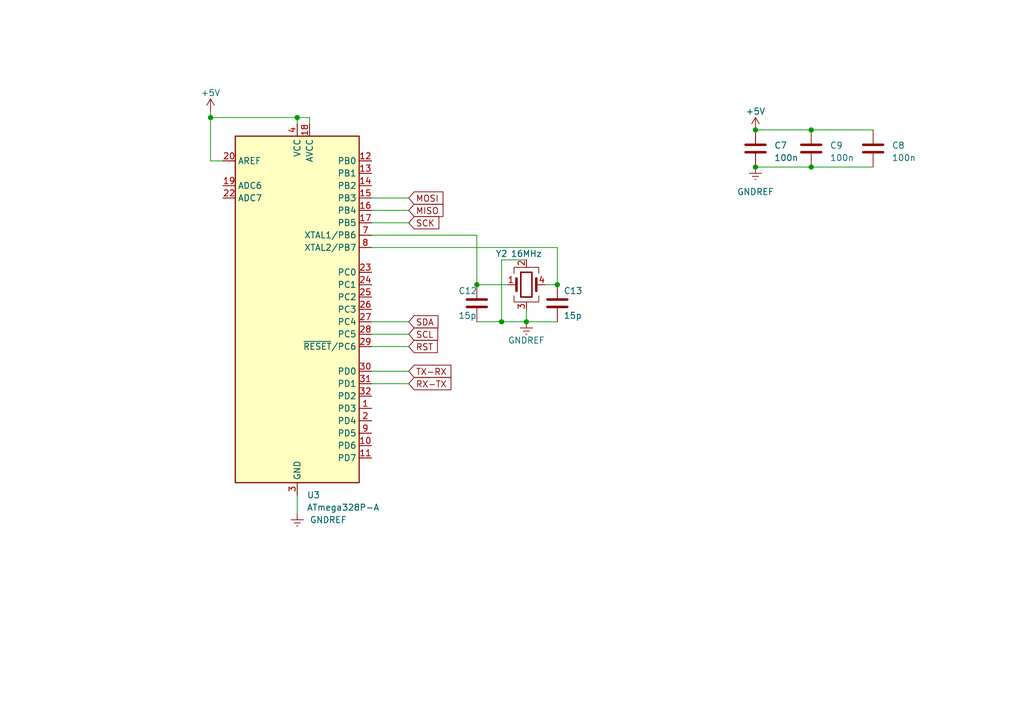
<source format=kicad_sch>
(kicad_sch (version 20230121) (generator eeschema)
  (paper "A5")
  (title_block (title "ATmega328P"))
  (lib_symbols
    (symbol "Device:C" (pin_numbers hide) (pin_names (offset 0.254))
      (property "Reference" "C" (at 0.635 2.54 0))
      (property "Value" "C" (at 0.635 -2.54 0))
      (symbol "C_0_1"
        (polyline (pts (xy -2.032 -0.762) (xy 2.032 -0.762)) (stroke (width 0.508)))
        (polyline (pts (xy -2.032 0.762) (xy 2.032 0.762)) (stroke (width 0.508)))
      )
      (symbol "C_1_1"
        (pin passive line (at 0 3.81 270) (length 2.794) (name "~") (number "1"))
        (pin passive line (at 0 -3.81 90) (length 2.794) (name "~") (number "2"))
      )
    )
    (symbol "Device:Crystal_GND23" (pin_names (offset 1.016) hide)
      (property "Reference" "Y" (at 3.175 5.08 0))
      (property "Value" "Crystal_GND23" (at 3.175 3.175 0))
      (symbol "Crystal_GND23_0_1"
        (rectangle (start -1.143 2.54) (end 1.143 -2.54) (stroke (width 0.3048)))
        (polyline (pts (xy -2.54 0) (xy -2.032 0)))
        (polyline (pts (xy -2.032 -1.27) (xy -2.032 1.27)) (stroke (width 0.508)))
        (polyline (pts (xy 0 -3.81) (xy 0 -3.556)))
        (polyline (pts (xy 0 3.556) (xy 0 3.81)))
        (polyline (pts (xy 2.032 -1.27) (xy 2.032 1.27)) (stroke (width 0.508)))
        (polyline (pts (xy 2.032 0) (xy 2.54 0)))
        (polyline (pts (xy -2.54 -2.286) (xy -2.54 -3.556) (xy 2.54 -3.556) (xy 2.54 -2.286)))
        (polyline (pts (xy -2.54 2.286) (xy -2.54 3.556) (xy 2.54 3.556) (xy 2.54 2.286)))
      )
      (symbol "Crystal_GND23_1_1"
        (pin passive line (at -3.81 0 0) (length 1.27) (name "1") (number "1"))
        (pin passive line (at 0 5.08 270) (length 1.27) (name "2") (number "2"))
        (pin passive line (at 0 -5.08 90) (length 1.27) (name "3") (number "3"))
        (pin passive line (at 3.81 0 180) (length 1.27) (name "4") (number "4"))
      )
    )
    (symbol "MCU_Microchip_ATmega:ATmega328P-A"
      (property "Reference" "U" (at -12.7 36.83 0))
      (property "Value" "ATmega328P-A" (at 2.54 -36.83 0))
      (symbol "ATmega328P-A_0_1"
        (rectangle (start -12.7 -35.56) (end 12.7 35.56) (stroke (width 0.254)) (fill (type background)))
      )
      (symbol "ATmega328P-A_1_1"
        (pin bidirectional line (at 15.24 -20.32 180) (length 2.54) (name "PD3") (number "1"))
        (pin bidirectional line (at 15.24 -27.94 180) (length 2.54) (name "PD6") (number "10"))
        (pin bidirectional line (at 15.24 -30.48 180) (length 2.54) (name "PD7") (number "11"))
        (pin bidirectional line (at 15.24 30.48 180) (length 2.54) (name "PB0") (number "12"))
        (pin bidirectional line (at 15.24 27.94 180) (length 2.54) (name "PB1") (number "13"))
        (pin bidirectional line (at 15.24 25.4 180) (length 2.54) (name "PB2") (number "14"))
        (pin bidirectional line (at 15.24 22.86 180) (length 2.54) (name "PB3") (number "15"))
        (pin bidirectional line (at 15.24 20.32 180) (length 2.54) (name "PB4") (number "16"))
        (pin bidirectional line (at 15.24 17.78 180) (length 2.54) (name "PB5") (number "17"))
        (pin power_in line (at 2.54 38.1 270) (length 2.54) (name "AVCC") (number "18"))
        (pin input line (at -15.24 25.4 0) (length 2.54) (name "ADC6") (number "19"))
        (pin bidirectional line (at 15.24 -22.86 180) (length 2.54) (name "PD4") (number "2"))
        (pin passive line (at -15.24 30.48 0) (length 2.54) (name "AREF") (number "20"))
        (pin passive line (at 0 -38.1 90) (length 2.54) hide (name "GND") (number "21"))
        (pin input line (at -15.24 22.86 0) (length 2.54) (name "ADC7") (number "22"))
        (pin bidirectional line (at 15.24 7.62 180) (length 2.54) (name "PC0") (number "23"))
        (pin bidirectional line (at 15.24 5.08 180) (length 2.54) (name "PC1") (number "24"))
        (pin bidirectional line (at 15.24 2.54 180) (length 2.54) (name "PC2") (number "25"))
        (pin bidirectional line (at 15.24 0 180) (length 2.54) (name "PC3") (number "26"))
        (pin bidirectional line (at 15.24 -2.54 180) (length 2.54) (name "PC4") (number "27"))
        (pin bidirectional line (at 15.24 -5.08 180) (length 2.54) (name "PC5") (number "28"))
        (pin bidirectional line (at 15.24 -7.62 180) (length 2.54) (name "~{RESET}/PC6") (number "29"))
        (pin power_in line (at 0 -38.1 90) (length 2.54) (name "GND") (number "3"))
        (pin bidirectional line (at 15.24 -12.7 180) (length 2.54) (name "PD0") (number "30"))
        (pin bidirectional line (at 15.24 -15.24 180) (length 2.54) (name "PD1") (number "31"))
        (pin bidirectional line (at 15.24 -17.78 180) (length 2.54) (name "PD2") (number "32"))
        (pin power_in line (at 0 38.1 270) (length 2.54) (name "VCC") (number "4"))
        (pin passive line (at 0 -38.1 90) (length 2.54) hide (name "GND") (number "5"))
        (pin passive line (at 0 38.1 270) (length 2.54) hide (name "VCC") (number "6"))
        (pin bidirectional line (at 15.24 15.24 180) (length 2.54) (name "XTAL1/PB6") (number "7"))
        (pin bidirectional line (at 15.24 12.7 180) (length 2.54) (name "XTAL2/PB7") (number "8"))
        (pin bidirectional line (at 15.24 -25.4 180) (length 2.54) (name "PD5") (number "9"))
      )
    )
    (symbol "power:+5V" (power) (pin_names (offset 0))
      (property "Value" "+5V" (at 0 3.556 0))
      (symbol "+5V_0_1"
        (polyline (pts (xy -0.762 1.27) (xy 0 2.54)))
        (polyline (pts (xy 0 0) (xy 0 2.54)))
        (polyline (pts (xy 0 2.54) (xy 0.762 1.27)))
      )
      (symbol "+5V_1_1"
        (pin power_in line (at 0 0 90) (length 0) hide (name "+5V") (number "1"))
      )
    )
    (symbol "power:GNDREF" (power) (pin_names (offset 0))
      (property "Value" "GNDREF" (at 0 -3.81 0))
      (symbol "GNDREF_0_1"
        (polyline (pts (xy -0.635 -1.905) (xy 0.635 -1.905)))
        (polyline (pts (xy -0.127 -2.54) (xy 0.127 -2.54)))
        (polyline (pts (xy 0 -1.27) (xy 0 0)))
        (polyline (pts (xy 1.27 -1.27) (xy -1.27 -1.27)))
      )
      (symbol "GNDREF_1_1"
        (pin power_in line (at 0 0 270) (length 0) hide (name "GNDREF") (number "1"))
      )
    )
  )
  (junction (at 154.94 26.67))
  (junction (at 60.96 24.13))
  (junction (at 107.95 66.04))
  (junction (at 114.3 58.42))
  (junction (at 102.87 66.04))
  (junction (at 166.37 34.29))
  (junction (at 154.94 34.29))
  (junction (at 166.37 26.67))
  (junction (at 43.18 24.13))
  (junction (at 97.79 58.42))
  (wire (pts (xy 60.96 24.13) (xy 43.18 24.13)))
  (wire (pts (xy 83.82 68.58) (xy 76.2 68.58)))
  (wire (pts (xy 97.79 58.42) (xy 104.14 58.42)))
  (wire (pts (xy 43.18 22.86) (xy 43.18 24.13)))
  (wire (pts (xy 102.87 66.04) (xy 107.95 66.04)))
  (wire (pts (xy 43.18 33.02) (xy 45.72 33.02)))
  (wire (pts (xy 107.95 53.34) (xy 102.87 53.34)))
  (wire (pts (xy 154.94 26.67) (xy 166.37 26.67)))
  (wire (pts (xy 97.79 48.26) (xy 97.79 58.42)))
  (wire (pts (xy 114.3 50.8) (xy 114.3 58.42)))
  (wire (pts (xy 107.95 66.04) (xy 114.3 66.04)))
  (wire (pts (xy 63.5 25.4) (xy 63.5 24.13)))
  (wire (pts (xy 76.2 71.12) (xy 83.82 71.12)))
  (wire (pts (xy 166.37 26.67) (xy 179.07 26.67)))
  (wire (pts (xy 83.82 40.64) (xy 76.2 40.64)))
  (wire (pts (xy 76.2 50.8) (xy 114.3 50.8)))
  (wire (pts (xy 97.79 48.26) (xy 76.2 48.26)))
  (wire (pts (xy 76.2 78.74) (xy 83.82 78.74)))
  (wire (pts (xy 83.82 45.72) (xy 76.2 45.72)))
  (wire (pts (xy 60.96 24.13) (xy 60.96 25.4)))
  (wire (pts (xy 63.5 24.13) (xy 60.96 24.13)))
  (wire (pts (xy 154.94 34.29) (xy 166.37 34.29)))
  (wire (pts (xy 97.79 66.04) (xy 102.87 66.04)))
  (wire (pts (xy 76.2 76.2) (xy 83.82 76.2)))
  (wire (pts (xy 60.96 101.6) (xy 60.96 105.41)))
  (wire (pts (xy 111.76 58.42) (xy 114.3 58.42)))
  (wire (pts (xy 107.95 63.5) (xy 107.95 66.04)))
  (wire (pts (xy 76.2 66.04) (xy 83.82 66.04)))
  (wire (pts (xy 43.18 24.13) (xy 43.18 33.02)))
  (wire (pts (xy 102.87 53.34) (xy 102.87 66.04)))
  (wire (pts (xy 166.37 34.29) (xy 179.07 34.29)))
  (wire (pts (xy 83.82 43.18) (xy 76.2 43.18)))
  (global_label "TX-RX" (shape input) (at 83.82 76.2 0) (property "Intersheetrefs" "${INTERSHEET_REFS}" (effects hide)))
  (global_label "MISO" (shape input) (at 83.82 43.18 0) (property "Intersheetrefs" "${INTERSHEET_REFS}" (effects hide)))
  (global_label "RX-TX" (shape input) (at 83.82 78.74 0) (property "Intersheetrefs" "${INTERSHEET_REFS}" (effects hide)))
  (global_label "SCK" (shape input) (at 83.82 45.72 0) (property "Intersheetrefs" "${INTERSHEET_REFS}" (effects hide)))
  (global_label "MOSI" (shape input) (at 83.82 40.64 0) (property "Intersheetrefs" "${INTERSHEET_REFS}" (effects hide)))
  (global_label "RST" (shape input) (at 83.82 71.12 0) (property "Intersheetrefs" "${INTERSHEET_REFS}" (effects hide)))
  (global_label "SCL" (shape input) (at 83.82 68.58 0) (property "Intersheetrefs" "${INTERSHEET_REFS}" (effects hide)))
  (global_label "SDA" (shape input) (at 83.82 66.04 0) (property "Intersheetrefs" "${INTERSHEET_REFS}" (effects hide)))
  (symbol (lib_id "Device:C") (at 114.3 62.23 0) (unit 1)
    (property "Reference" "C13" (at 115.57 59.69 0) (effects (justify left)))
    (property "Value" "15p" (at 115.57 64.77 0) (effects (justify left)))
    (property "Footprint" "Capacitor_SMD:C_1206_3216Metric" (effects hide))
    (instances (project "pcb_design" (path "" (reference "C13") (unit 1)) (path "" (reference "C12") (unit 1))))
  )
  (symbol (lib_id "Device:C") (at 179.07 30.48 0) (unit 1)
    (property "Reference" "C8" (at 182.88 29.845 0) (effects (justify left)))
    (property "Value" "100n" (at 182.88 32.385 0) (effects (justify left)))
    (property "Footprint" "Capacitor_SMD:C_1206_3216Metric" (effects hide))
    (instances (project "pcb_design" (path "" (reference "C8") (unit 1)) (path "" (reference "C9") (unit 1))))
  )
  (symbol (lib_id "power:GNDREF") (at 154.94 34.29 0) (unit 1)
    (property "Reference" "#PWR019" (effects hide))
    (property "Value" "GNDREF" (at 154.94 39.37 0))
    (instances (project "pcb_design" (path "" (reference "#PWR019") (unit 1)) (path "" (reference "#PWR018") (unit 1))))
  )
  (symbol (lib_id "power:GNDREF") (at 60.96 105.41 0) (unit 1)
    (property "Reference" "#PWR017" (effects hide))
    (property "Value" "GNDREF" (at 67.31 106.68 0))
    (instances (project "pcb_design" (path "" (reference "#PWR017") (unit 1)) (path "" (reference "#PWR021") (unit 1))))
  )
  (symbol (lib_id "Device:C") (at 97.79 62.23 0) (unit 1)
    (property "Reference" "C12" (at 93.98 59.69 0) (effects (justify left)))
    (property "Value" "15p" (at 93.98 64.77 0) (effects (justify left)))
    (property "Footprint" "Capacitor_SMD:C_1206_3216Metric" (effects hide))
    (instances (project "pcb_design" (path "" (reference "C12") (unit 1)) (path "" (reference "C11") (unit 1))))
  )
  (symbol (lib_id "Device:Crystal_GND23") (at 107.95 58.42 0) (unit 1)
    (property "Reference" "Y2" (at 102.87 52.07 0))
    (property "Value" "16MHz" (at 107.95 52.07 0))
    (property "Footprint" "Crystal:Crystal_SMD_3225-4Pin_3.2x2.5mm" (effects hide))
  )
  (symbol (lib_id "power:GNDREF") (at 107.95 66.04 0) (unit 1)
    (property "Reference" "#PWR021" (effects hide))
    (property "Value" "GNDREF" (at 107.95 69.85 0))
    (instances (project "pcb_design" (path "" (reference "#PWR021") (unit 1)) (path "" (reference "#PWR020") (unit 1))))
  )
  (symbol (lib_id "power:+5V") (at 154.94 26.67 0) (unit 1)
    (property "Reference" "#PWR018" (effects hide))
    (property "Value" "+5V" (at 154.94 22.86 0))
    (instances (project "pcb_design" (path "" (reference "#PWR018") (unit 1)) (path "" (reference "#PWR017") (unit 1))))
  )
  (symbol (lib_id "power:+5V") (at 43.18 22.86 0) (unit 1)
    (property "Reference" "#PWR020" (effects hide))
    (property "Value" "+5V" (at 43.18 19.05 0))
    (instances (project "pcb_design" (path "" (reference "#PWR020") (unit 1)) (path "" (reference "#PWR019") (unit 1))))
  )
  (symbol (lib_id "MCU_Microchip_ATmega:ATmega328P-A") (at 60.96 63.5 0) (unit 1)
    (property "Reference" "U3" (at 62.9159 101.6 0) (effects (justify left)))
    (property "Value" "ATmega328P-A" (at 62.9159 104.14 0) (effects (justify left)))
    (property "Footprint" "Package_QFP:TQFP-32_7x7mm_P0.8mm" (effects hide))
    (property "Datasheet" "http://ww1.microchip.com/downloads/en/DeviceDoc/ATmega328_P%20AVR%20MCU%20with%20picoPower%20Technology%20Data%20Sheet%2040001984A.pdf" (effects hide))
  )
  (symbol (lib_id "Device:C") (at 166.37 30.48 0) (unit 1)
    (property "Reference" "C9" (at 170.18 29.845 0) (effects (justify left)))
    (property "Value" "100n" (at 170.18 32.385 0) (effects (justify left)))
    (property "Footprint" "Capacitor_SMD:C_1206_3216Metric" (effects hide))
    (instances (project "pcb_design" (path "" (reference "C9") (unit 1)) (path "" (reference "C8") (unit 1))))
  )
  (symbol (lib_id "Device:C") (at 154.94 30.48 0) (unit 1)
    (property "Reference" "C7" (at 158.75 29.845 0) (effects (justify left)))
    (property "Value" "100n" (at 158.75 32.385 0) (effects (justify left)))
    (property "Footprint" "Capacitor_SMD:C_1206_3216Metric" (effects hide))
  )
)
</source>
